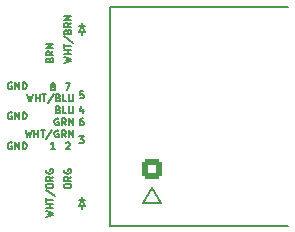
<source format=gbr>
G04 #@! TF.GenerationSoftware,KiCad,Pcbnew,8.0.6*
G04 #@! TF.CreationDate,2025-01-27T09:35:59-05:00*
G04 #@! TF.ProjectId,rj45brkout,726a3435-6272-46b6-9f75-742e6b696361,v1.1.0*
G04 #@! TF.SameCoordinates,Original*
G04 #@! TF.FileFunction,Legend,Top*
G04 #@! TF.FilePolarity,Positive*
%FSLAX46Y46*%
G04 Gerber Fmt 4.6, Leading zero omitted, Abs format (unit mm)*
G04 Created by KiCad (PCBNEW 8.0.6) date 2025-01-27 09:35:59*
%MOMM*%
%LPD*%
G01*
G04 APERTURE LIST*
G04 Aperture macros list*
%AMRoundRect*
0 Rectangle with rounded corners*
0 $1 Rounding radius*
0 $2 $3 $4 $5 $6 $7 $8 $9 X,Y pos of 4 corners*
0 Add a 4 corners polygon primitive as box body*
4,1,4,$2,$3,$4,$5,$6,$7,$8,$9,$2,$3,0*
0 Add four circle primitives for the rounded corners*
1,1,$1+$1,$2,$3*
1,1,$1+$1,$4,$5*
1,1,$1+$1,$6,$7*
1,1,$1+$1,$8,$9*
0 Add four rect primitives between the rounded corners*
20,1,$1+$1,$2,$3,$4,$5,0*
20,1,$1+$1,$4,$5,$6,$7,0*
20,1,$1+$1,$6,$7,$8,$9,0*
20,1,$1+$1,$8,$9,$2,$3,0*%
G04 Aperture macros list end*
%ADD10C,0.150000*%
%ADD11C,0.127000*%
%ADD12RoundRect,0.265385X0.610915X-0.610915X0.610915X0.610915X-0.610915X0.610915X-0.610915X-0.610915X0*%
%ADD13C,1.752600*%
%ADD14C,4.101600*%
%ADD15C,3.276600*%
%ADD16C,1.117600*%
%ADD17C,1.371600*%
G04 APERTURE END LIST*
D10*
X138303000Y-93980000D02*
X138303000Y-93726000D01*
X138049000Y-93980000D02*
X138557000Y-93980000D01*
X138557000Y-94488000D02*
X138303000Y-93980000D01*
X138303000Y-93980000D02*
X138049000Y-94488000D01*
X138049000Y-94488000D02*
X138557000Y-94488000D01*
X138303000Y-94488000D02*
X138303000Y-94742000D01*
X138303000Y-109220000D02*
X138303000Y-109474000D01*
X138049000Y-108712000D02*
X138557000Y-108712000D01*
X138303000Y-108712000D02*
X138303000Y-108458000D01*
X138303000Y-108712000D02*
X138049000Y-109220000D01*
X138049000Y-109220000D02*
X138557000Y-109220000D01*
X138557000Y-109220000D02*
X138303000Y-108712000D01*
D11*
X136988571Y-103868110D02*
X137017143Y-103839538D01*
X137017143Y-103839538D02*
X137074286Y-103810967D01*
X137074286Y-103810967D02*
X137217143Y-103810967D01*
X137217143Y-103810967D02*
X137274286Y-103839538D01*
X137274286Y-103839538D02*
X137302857Y-103868110D01*
X137302857Y-103868110D02*
X137331428Y-103925253D01*
X137331428Y-103925253D02*
X137331428Y-103982396D01*
X137331428Y-103982396D02*
X137302857Y-104068110D01*
X137302857Y-104068110D02*
X136960000Y-104410967D01*
X136960000Y-104410967D02*
X137331428Y-104410967D01*
X138103000Y-103302967D02*
X138474428Y-103302967D01*
X138474428Y-103302967D02*
X138274428Y-103531538D01*
X138274428Y-103531538D02*
X138360143Y-103531538D01*
X138360143Y-103531538D02*
X138417286Y-103560110D01*
X138417286Y-103560110D02*
X138445857Y-103588681D01*
X138445857Y-103588681D02*
X138474428Y-103645824D01*
X138474428Y-103645824D02*
X138474428Y-103788681D01*
X138474428Y-103788681D02*
X138445857Y-103845824D01*
X138445857Y-103845824D02*
X138417286Y-103874396D01*
X138417286Y-103874396D02*
X138360143Y-103902967D01*
X138360143Y-103902967D02*
X138188714Y-103902967D01*
X138188714Y-103902967D02*
X138131571Y-103874396D01*
X138131571Y-103874396D02*
X138103000Y-103845824D01*
X138417286Y-101778967D02*
X138303000Y-101778967D01*
X138303000Y-101778967D02*
X138245857Y-101807538D01*
X138245857Y-101807538D02*
X138217286Y-101836110D01*
X138217286Y-101836110D02*
X138160143Y-101921824D01*
X138160143Y-101921824D02*
X138131571Y-102036110D01*
X138131571Y-102036110D02*
X138131571Y-102264681D01*
X138131571Y-102264681D02*
X138160143Y-102321824D01*
X138160143Y-102321824D02*
X138188714Y-102350396D01*
X138188714Y-102350396D02*
X138245857Y-102378967D01*
X138245857Y-102378967D02*
X138360143Y-102378967D01*
X138360143Y-102378967D02*
X138417286Y-102350396D01*
X138417286Y-102350396D02*
X138445857Y-102321824D01*
X138445857Y-102321824D02*
X138474428Y-102264681D01*
X138474428Y-102264681D02*
X138474428Y-102121824D01*
X138474428Y-102121824D02*
X138445857Y-102064681D01*
X138445857Y-102064681D02*
X138417286Y-102036110D01*
X138417286Y-102036110D02*
X138360143Y-102007538D01*
X138360143Y-102007538D02*
X138245857Y-102007538D01*
X138245857Y-102007538D02*
X138188714Y-102036110D01*
X138188714Y-102036110D02*
X138160143Y-102064681D01*
X138160143Y-102064681D02*
X138131571Y-102121824D01*
X138417286Y-100962967D02*
X138417286Y-101362967D01*
X138274428Y-100734396D02*
X138131571Y-101162967D01*
X138131571Y-101162967D02*
X138503000Y-101162967D01*
X138445857Y-99492967D02*
X138160143Y-99492967D01*
X138160143Y-99492967D02*
X138131571Y-99778681D01*
X138131571Y-99778681D02*
X138160143Y-99750110D01*
X138160143Y-99750110D02*
X138217286Y-99721538D01*
X138217286Y-99721538D02*
X138360143Y-99721538D01*
X138360143Y-99721538D02*
X138417286Y-99750110D01*
X138417286Y-99750110D02*
X138445857Y-99778681D01*
X138445857Y-99778681D02*
X138474428Y-99835824D01*
X138474428Y-99835824D02*
X138474428Y-99978681D01*
X138474428Y-99978681D02*
X138445857Y-100035824D01*
X138445857Y-100035824D02*
X138417286Y-100064396D01*
X138417286Y-100064396D02*
X138360143Y-100092967D01*
X138360143Y-100092967D02*
X138217286Y-100092967D01*
X138217286Y-100092967D02*
X138160143Y-100064396D01*
X138160143Y-100064396D02*
X138131571Y-100035824D01*
X136960000Y-98770967D02*
X137360000Y-98770967D01*
X137360000Y-98770967D02*
X137102857Y-99370967D01*
X135832857Y-99078110D02*
X135775714Y-99049538D01*
X135775714Y-99049538D02*
X135747143Y-99020967D01*
X135747143Y-99020967D02*
X135718571Y-98963824D01*
X135718571Y-98963824D02*
X135718571Y-98935253D01*
X135718571Y-98935253D02*
X135747143Y-98878110D01*
X135747143Y-98878110D02*
X135775714Y-98849538D01*
X135775714Y-98849538D02*
X135832857Y-98820967D01*
X135832857Y-98820967D02*
X135947143Y-98820967D01*
X135947143Y-98820967D02*
X136004286Y-98849538D01*
X136004286Y-98849538D02*
X136032857Y-98878110D01*
X136032857Y-98878110D02*
X136061428Y-98935253D01*
X136061428Y-98935253D02*
X136061428Y-98963824D01*
X136061428Y-98963824D02*
X136032857Y-99020967D01*
X136032857Y-99020967D02*
X136004286Y-99049538D01*
X136004286Y-99049538D02*
X135947143Y-99078110D01*
X135947143Y-99078110D02*
X135832857Y-99078110D01*
X135832857Y-99078110D02*
X135775714Y-99106681D01*
X135775714Y-99106681D02*
X135747143Y-99135253D01*
X135747143Y-99135253D02*
X135718571Y-99192396D01*
X135718571Y-99192396D02*
X135718571Y-99306681D01*
X135718571Y-99306681D02*
X135747143Y-99363824D01*
X135747143Y-99363824D02*
X135775714Y-99392396D01*
X135775714Y-99392396D02*
X135832857Y-99420967D01*
X135832857Y-99420967D02*
X135947143Y-99420967D01*
X135947143Y-99420967D02*
X136004286Y-99392396D01*
X136004286Y-99392396D02*
X136032857Y-99363824D01*
X136032857Y-99363824D02*
X136061428Y-99306681D01*
X136061428Y-99306681D02*
X136061428Y-99192396D01*
X136061428Y-99192396D02*
X136032857Y-99135253D01*
X136032857Y-99135253D02*
X136004286Y-99106681D01*
X136004286Y-99106681D02*
X135947143Y-99078110D01*
X135306967Y-110144407D02*
X135906967Y-110001550D01*
X135906967Y-110001550D02*
X135478396Y-109887264D01*
X135478396Y-109887264D02*
X135906967Y-109772979D01*
X135906967Y-109772979D02*
X135306967Y-109630122D01*
X135906967Y-109401550D02*
X135306967Y-109401550D01*
X135592681Y-109401550D02*
X135592681Y-109058693D01*
X135906967Y-109058693D02*
X135306967Y-109058693D01*
X135306967Y-108858694D02*
X135306967Y-108515837D01*
X135906967Y-108687265D02*
X135306967Y-108687265D01*
X135278396Y-107887265D02*
X136049824Y-108401551D01*
X135306967Y-107572980D02*
X135306967Y-107458694D01*
X135306967Y-107458694D02*
X135335538Y-107401551D01*
X135335538Y-107401551D02*
X135392681Y-107344408D01*
X135392681Y-107344408D02*
X135506967Y-107315837D01*
X135506967Y-107315837D02*
X135706967Y-107315837D01*
X135706967Y-107315837D02*
X135821253Y-107344408D01*
X135821253Y-107344408D02*
X135878396Y-107401551D01*
X135878396Y-107401551D02*
X135906967Y-107458694D01*
X135906967Y-107458694D02*
X135906967Y-107572980D01*
X135906967Y-107572980D02*
X135878396Y-107630123D01*
X135878396Y-107630123D02*
X135821253Y-107687265D01*
X135821253Y-107687265D02*
X135706967Y-107715837D01*
X135706967Y-107715837D02*
X135506967Y-107715837D01*
X135506967Y-107715837D02*
X135392681Y-107687265D01*
X135392681Y-107687265D02*
X135335538Y-107630123D01*
X135335538Y-107630123D02*
X135306967Y-107572980D01*
X135906967Y-106715837D02*
X135621253Y-106915837D01*
X135906967Y-107058694D02*
X135306967Y-107058694D01*
X135306967Y-107058694D02*
X135306967Y-106830123D01*
X135306967Y-106830123D02*
X135335538Y-106772980D01*
X135335538Y-106772980D02*
X135364110Y-106744409D01*
X135364110Y-106744409D02*
X135421253Y-106715837D01*
X135421253Y-106715837D02*
X135506967Y-106715837D01*
X135506967Y-106715837D02*
X135564110Y-106744409D01*
X135564110Y-106744409D02*
X135592681Y-106772980D01*
X135592681Y-106772980D02*
X135621253Y-106830123D01*
X135621253Y-106830123D02*
X135621253Y-107058694D01*
X135335538Y-106144409D02*
X135306967Y-106201552D01*
X135306967Y-106201552D02*
X135306967Y-106287266D01*
X135306967Y-106287266D02*
X135335538Y-106372980D01*
X135335538Y-106372980D02*
X135392681Y-106430123D01*
X135392681Y-106430123D02*
X135449824Y-106458694D01*
X135449824Y-106458694D02*
X135564110Y-106487266D01*
X135564110Y-106487266D02*
X135649824Y-106487266D01*
X135649824Y-106487266D02*
X135764110Y-106458694D01*
X135764110Y-106458694D02*
X135821253Y-106430123D01*
X135821253Y-106430123D02*
X135878396Y-106372980D01*
X135878396Y-106372980D02*
X135906967Y-106287266D01*
X135906967Y-106287266D02*
X135906967Y-106230123D01*
X135906967Y-106230123D02*
X135878396Y-106144409D01*
X135878396Y-106144409D02*
X135849824Y-106115837D01*
X135849824Y-106115837D02*
X135649824Y-106115837D01*
X135649824Y-106115837D02*
X135649824Y-106230123D01*
X136830967Y-107572980D02*
X136830967Y-107458694D01*
X136830967Y-107458694D02*
X136859538Y-107401551D01*
X136859538Y-107401551D02*
X136916681Y-107344408D01*
X136916681Y-107344408D02*
X137030967Y-107315837D01*
X137030967Y-107315837D02*
X137230967Y-107315837D01*
X137230967Y-107315837D02*
X137345253Y-107344408D01*
X137345253Y-107344408D02*
X137402396Y-107401551D01*
X137402396Y-107401551D02*
X137430967Y-107458694D01*
X137430967Y-107458694D02*
X137430967Y-107572980D01*
X137430967Y-107572980D02*
X137402396Y-107630123D01*
X137402396Y-107630123D02*
X137345253Y-107687265D01*
X137345253Y-107687265D02*
X137230967Y-107715837D01*
X137230967Y-107715837D02*
X137030967Y-107715837D01*
X137030967Y-107715837D02*
X136916681Y-107687265D01*
X136916681Y-107687265D02*
X136859538Y-107630123D01*
X136859538Y-107630123D02*
X136830967Y-107572980D01*
X137430967Y-106715837D02*
X137145253Y-106915837D01*
X137430967Y-107058694D02*
X136830967Y-107058694D01*
X136830967Y-107058694D02*
X136830967Y-106830123D01*
X136830967Y-106830123D02*
X136859538Y-106772980D01*
X136859538Y-106772980D02*
X136888110Y-106744409D01*
X136888110Y-106744409D02*
X136945253Y-106715837D01*
X136945253Y-106715837D02*
X137030967Y-106715837D01*
X137030967Y-106715837D02*
X137088110Y-106744409D01*
X137088110Y-106744409D02*
X137116681Y-106772980D01*
X137116681Y-106772980D02*
X137145253Y-106830123D01*
X137145253Y-106830123D02*
X137145253Y-107058694D01*
X136859538Y-106144409D02*
X136830967Y-106201552D01*
X136830967Y-106201552D02*
X136830967Y-106287266D01*
X136830967Y-106287266D02*
X136859538Y-106372980D01*
X136859538Y-106372980D02*
X136916681Y-106430123D01*
X136916681Y-106430123D02*
X136973824Y-106458694D01*
X136973824Y-106458694D02*
X137088110Y-106487266D01*
X137088110Y-106487266D02*
X137173824Y-106487266D01*
X137173824Y-106487266D02*
X137288110Y-106458694D01*
X137288110Y-106458694D02*
X137345253Y-106430123D01*
X137345253Y-106430123D02*
X137402396Y-106372980D01*
X137402396Y-106372980D02*
X137430967Y-106287266D01*
X137430967Y-106287266D02*
X137430967Y-106230123D01*
X137430967Y-106230123D02*
X137402396Y-106144409D01*
X137402396Y-106144409D02*
X137373824Y-106115837D01*
X137373824Y-106115837D02*
X137173824Y-106115837D01*
X137173824Y-106115837D02*
X137173824Y-106230123D01*
X133568592Y-102794967D02*
X133711449Y-103394967D01*
X133711449Y-103394967D02*
X133825735Y-102966396D01*
X133825735Y-102966396D02*
X133940020Y-103394967D01*
X133940020Y-103394967D02*
X134082878Y-102794967D01*
X134311449Y-103394967D02*
X134311449Y-102794967D01*
X134311449Y-103080681D02*
X134654306Y-103080681D01*
X134654306Y-103394967D02*
X134654306Y-102794967D01*
X134854305Y-102794967D02*
X135197163Y-102794967D01*
X135025734Y-103394967D02*
X135025734Y-102794967D01*
X135825734Y-102766396D02*
X135311448Y-103537824D01*
X136340019Y-102823538D02*
X136282877Y-102794967D01*
X136282877Y-102794967D02*
X136197162Y-102794967D01*
X136197162Y-102794967D02*
X136111448Y-102823538D01*
X136111448Y-102823538D02*
X136054305Y-102880681D01*
X136054305Y-102880681D02*
X136025734Y-102937824D01*
X136025734Y-102937824D02*
X135997162Y-103052110D01*
X135997162Y-103052110D02*
X135997162Y-103137824D01*
X135997162Y-103137824D02*
X136025734Y-103252110D01*
X136025734Y-103252110D02*
X136054305Y-103309253D01*
X136054305Y-103309253D02*
X136111448Y-103366396D01*
X136111448Y-103366396D02*
X136197162Y-103394967D01*
X136197162Y-103394967D02*
X136254305Y-103394967D01*
X136254305Y-103394967D02*
X136340019Y-103366396D01*
X136340019Y-103366396D02*
X136368591Y-103337824D01*
X136368591Y-103337824D02*
X136368591Y-103137824D01*
X136368591Y-103137824D02*
X136254305Y-103137824D01*
X136968591Y-103394967D02*
X136768591Y-103109253D01*
X136625734Y-103394967D02*
X136625734Y-102794967D01*
X136625734Y-102794967D02*
X136854305Y-102794967D01*
X136854305Y-102794967D02*
X136911448Y-102823538D01*
X136911448Y-102823538D02*
X136940019Y-102852110D01*
X136940019Y-102852110D02*
X136968591Y-102909253D01*
X136968591Y-102909253D02*
X136968591Y-102994967D01*
X136968591Y-102994967D02*
X136940019Y-103052110D01*
X136940019Y-103052110D02*
X136911448Y-103080681D01*
X136911448Y-103080681D02*
X136854305Y-103109253D01*
X136854305Y-103109253D02*
X136625734Y-103109253D01*
X137225734Y-103394967D02*
X137225734Y-102794967D01*
X137225734Y-102794967D02*
X137568591Y-103394967D01*
X137568591Y-103394967D02*
X137568591Y-102794967D01*
X136340019Y-101807538D02*
X136282877Y-101778967D01*
X136282877Y-101778967D02*
X136197162Y-101778967D01*
X136197162Y-101778967D02*
X136111448Y-101807538D01*
X136111448Y-101807538D02*
X136054305Y-101864681D01*
X136054305Y-101864681D02*
X136025734Y-101921824D01*
X136025734Y-101921824D02*
X135997162Y-102036110D01*
X135997162Y-102036110D02*
X135997162Y-102121824D01*
X135997162Y-102121824D02*
X136025734Y-102236110D01*
X136025734Y-102236110D02*
X136054305Y-102293253D01*
X136054305Y-102293253D02*
X136111448Y-102350396D01*
X136111448Y-102350396D02*
X136197162Y-102378967D01*
X136197162Y-102378967D02*
X136254305Y-102378967D01*
X136254305Y-102378967D02*
X136340019Y-102350396D01*
X136340019Y-102350396D02*
X136368591Y-102321824D01*
X136368591Y-102321824D02*
X136368591Y-102121824D01*
X136368591Y-102121824D02*
X136254305Y-102121824D01*
X136968591Y-102378967D02*
X136768591Y-102093253D01*
X136625734Y-102378967D02*
X136625734Y-101778967D01*
X136625734Y-101778967D02*
X136854305Y-101778967D01*
X136854305Y-101778967D02*
X136911448Y-101807538D01*
X136911448Y-101807538D02*
X136940019Y-101836110D01*
X136940019Y-101836110D02*
X136968591Y-101893253D01*
X136968591Y-101893253D02*
X136968591Y-101978967D01*
X136968591Y-101978967D02*
X136940019Y-102036110D01*
X136940019Y-102036110D02*
X136911448Y-102064681D01*
X136911448Y-102064681D02*
X136854305Y-102093253D01*
X136854305Y-102093253D02*
X136625734Y-102093253D01*
X137225734Y-102378967D02*
X137225734Y-101778967D01*
X137225734Y-101778967D02*
X137568591Y-102378967D01*
X137568591Y-102378967D02*
X137568591Y-101778967D01*
X133682878Y-99746967D02*
X133825735Y-100346967D01*
X133825735Y-100346967D02*
X133940021Y-99918396D01*
X133940021Y-99918396D02*
X134054306Y-100346967D01*
X134054306Y-100346967D02*
X134197164Y-99746967D01*
X134425735Y-100346967D02*
X134425735Y-99746967D01*
X134425735Y-100032681D02*
X134768592Y-100032681D01*
X134768592Y-100346967D02*
X134768592Y-99746967D01*
X134968591Y-99746967D02*
X135311449Y-99746967D01*
X135140020Y-100346967D02*
X135140020Y-99746967D01*
X135940020Y-99718396D02*
X135425734Y-100489824D01*
X136340020Y-100032681D02*
X136425734Y-100061253D01*
X136425734Y-100061253D02*
X136454305Y-100089824D01*
X136454305Y-100089824D02*
X136482877Y-100146967D01*
X136482877Y-100146967D02*
X136482877Y-100232681D01*
X136482877Y-100232681D02*
X136454305Y-100289824D01*
X136454305Y-100289824D02*
X136425734Y-100318396D01*
X136425734Y-100318396D02*
X136368591Y-100346967D01*
X136368591Y-100346967D02*
X136140020Y-100346967D01*
X136140020Y-100346967D02*
X136140020Y-99746967D01*
X136140020Y-99746967D02*
X136340020Y-99746967D01*
X136340020Y-99746967D02*
X136397163Y-99775538D01*
X136397163Y-99775538D02*
X136425734Y-99804110D01*
X136425734Y-99804110D02*
X136454305Y-99861253D01*
X136454305Y-99861253D02*
X136454305Y-99918396D01*
X136454305Y-99918396D02*
X136425734Y-99975538D01*
X136425734Y-99975538D02*
X136397163Y-100004110D01*
X136397163Y-100004110D02*
X136340020Y-100032681D01*
X136340020Y-100032681D02*
X136140020Y-100032681D01*
X137025734Y-100346967D02*
X136740020Y-100346967D01*
X136740020Y-100346967D02*
X136740020Y-99746967D01*
X137225734Y-99746967D02*
X137225734Y-100232681D01*
X137225734Y-100232681D02*
X137254305Y-100289824D01*
X137254305Y-100289824D02*
X137282877Y-100318396D01*
X137282877Y-100318396D02*
X137340019Y-100346967D01*
X137340019Y-100346967D02*
X137454305Y-100346967D01*
X137454305Y-100346967D02*
X137511448Y-100318396D01*
X137511448Y-100318396D02*
X137540019Y-100289824D01*
X137540019Y-100289824D02*
X137568591Y-100232681D01*
X137568591Y-100232681D02*
X137568591Y-99746967D01*
X136340020Y-101048681D02*
X136425734Y-101077253D01*
X136425734Y-101077253D02*
X136454305Y-101105824D01*
X136454305Y-101105824D02*
X136482877Y-101162967D01*
X136482877Y-101162967D02*
X136482877Y-101248681D01*
X136482877Y-101248681D02*
X136454305Y-101305824D01*
X136454305Y-101305824D02*
X136425734Y-101334396D01*
X136425734Y-101334396D02*
X136368591Y-101362967D01*
X136368591Y-101362967D02*
X136140020Y-101362967D01*
X136140020Y-101362967D02*
X136140020Y-100762967D01*
X136140020Y-100762967D02*
X136340020Y-100762967D01*
X136340020Y-100762967D02*
X136397163Y-100791538D01*
X136397163Y-100791538D02*
X136425734Y-100820110D01*
X136425734Y-100820110D02*
X136454305Y-100877253D01*
X136454305Y-100877253D02*
X136454305Y-100934396D01*
X136454305Y-100934396D02*
X136425734Y-100991538D01*
X136425734Y-100991538D02*
X136397163Y-101020110D01*
X136397163Y-101020110D02*
X136340020Y-101048681D01*
X136340020Y-101048681D02*
X136140020Y-101048681D01*
X137025734Y-101362967D02*
X136740020Y-101362967D01*
X136740020Y-101362967D02*
X136740020Y-100762967D01*
X137225734Y-100762967D02*
X137225734Y-101248681D01*
X137225734Y-101248681D02*
X137254305Y-101305824D01*
X137254305Y-101305824D02*
X137282877Y-101334396D01*
X137282877Y-101334396D02*
X137340019Y-101362967D01*
X137340019Y-101362967D02*
X137454305Y-101362967D01*
X137454305Y-101362967D02*
X137511448Y-101334396D01*
X137511448Y-101334396D02*
X137540019Y-101305824D01*
X137540019Y-101305824D02*
X137568591Y-101248681D01*
X137568591Y-101248681D02*
X137568591Y-100762967D01*
X136830967Y-97112733D02*
X137430967Y-96969876D01*
X137430967Y-96969876D02*
X137002396Y-96855590D01*
X137002396Y-96855590D02*
X137430967Y-96741305D01*
X137430967Y-96741305D02*
X136830967Y-96598448D01*
X137430967Y-96369876D02*
X136830967Y-96369876D01*
X137116681Y-96369876D02*
X137116681Y-96027019D01*
X137430967Y-96027019D02*
X136830967Y-96027019D01*
X136830967Y-95827020D02*
X136830967Y-95484163D01*
X137430967Y-95655591D02*
X136830967Y-95655591D01*
X136802396Y-94855591D02*
X137573824Y-95369877D01*
X137116681Y-94455591D02*
X137145253Y-94369877D01*
X137145253Y-94369877D02*
X137173824Y-94341306D01*
X137173824Y-94341306D02*
X137230967Y-94312734D01*
X137230967Y-94312734D02*
X137316681Y-94312734D01*
X137316681Y-94312734D02*
X137373824Y-94341306D01*
X137373824Y-94341306D02*
X137402396Y-94369877D01*
X137402396Y-94369877D02*
X137430967Y-94427020D01*
X137430967Y-94427020D02*
X137430967Y-94655591D01*
X137430967Y-94655591D02*
X136830967Y-94655591D01*
X136830967Y-94655591D02*
X136830967Y-94455591D01*
X136830967Y-94455591D02*
X136859538Y-94398449D01*
X136859538Y-94398449D02*
X136888110Y-94369877D01*
X136888110Y-94369877D02*
X136945253Y-94341306D01*
X136945253Y-94341306D02*
X137002396Y-94341306D01*
X137002396Y-94341306D02*
X137059538Y-94369877D01*
X137059538Y-94369877D02*
X137088110Y-94398449D01*
X137088110Y-94398449D02*
X137116681Y-94455591D01*
X137116681Y-94455591D02*
X137116681Y-94655591D01*
X137430967Y-93712734D02*
X137145253Y-93912734D01*
X137430967Y-94055591D02*
X136830967Y-94055591D01*
X136830967Y-94055591D02*
X136830967Y-93827020D01*
X136830967Y-93827020D02*
X136859538Y-93769877D01*
X136859538Y-93769877D02*
X136888110Y-93741306D01*
X136888110Y-93741306D02*
X136945253Y-93712734D01*
X136945253Y-93712734D02*
X137030967Y-93712734D01*
X137030967Y-93712734D02*
X137088110Y-93741306D01*
X137088110Y-93741306D02*
X137116681Y-93769877D01*
X137116681Y-93769877D02*
X137145253Y-93827020D01*
X137145253Y-93827020D02*
X137145253Y-94055591D01*
X137430967Y-93455591D02*
X136830967Y-93455591D01*
X136830967Y-93455591D02*
X137430967Y-93112734D01*
X137430967Y-93112734D02*
X136830967Y-93112734D01*
X135592681Y-96855590D02*
X135621253Y-96769876D01*
X135621253Y-96769876D02*
X135649824Y-96741305D01*
X135649824Y-96741305D02*
X135706967Y-96712733D01*
X135706967Y-96712733D02*
X135792681Y-96712733D01*
X135792681Y-96712733D02*
X135849824Y-96741305D01*
X135849824Y-96741305D02*
X135878396Y-96769876D01*
X135878396Y-96769876D02*
X135906967Y-96827019D01*
X135906967Y-96827019D02*
X135906967Y-97055590D01*
X135906967Y-97055590D02*
X135306967Y-97055590D01*
X135306967Y-97055590D02*
X135306967Y-96855590D01*
X135306967Y-96855590D02*
X135335538Y-96798448D01*
X135335538Y-96798448D02*
X135364110Y-96769876D01*
X135364110Y-96769876D02*
X135421253Y-96741305D01*
X135421253Y-96741305D02*
X135478396Y-96741305D01*
X135478396Y-96741305D02*
X135535538Y-96769876D01*
X135535538Y-96769876D02*
X135564110Y-96798448D01*
X135564110Y-96798448D02*
X135592681Y-96855590D01*
X135592681Y-96855590D02*
X135592681Y-97055590D01*
X135906967Y-96112733D02*
X135621253Y-96312733D01*
X135906967Y-96455590D02*
X135306967Y-96455590D01*
X135306967Y-96455590D02*
X135306967Y-96227019D01*
X135306967Y-96227019D02*
X135335538Y-96169876D01*
X135335538Y-96169876D02*
X135364110Y-96141305D01*
X135364110Y-96141305D02*
X135421253Y-96112733D01*
X135421253Y-96112733D02*
X135506967Y-96112733D01*
X135506967Y-96112733D02*
X135564110Y-96141305D01*
X135564110Y-96141305D02*
X135592681Y-96169876D01*
X135592681Y-96169876D02*
X135621253Y-96227019D01*
X135621253Y-96227019D02*
X135621253Y-96455590D01*
X135906967Y-95855590D02*
X135306967Y-95855590D01*
X135306967Y-95855590D02*
X135906967Y-95512733D01*
X135906967Y-95512733D02*
X135306967Y-95512733D01*
X132403019Y-98759538D02*
X132345877Y-98730967D01*
X132345877Y-98730967D02*
X132260162Y-98730967D01*
X132260162Y-98730967D02*
X132174448Y-98759538D01*
X132174448Y-98759538D02*
X132117305Y-98816681D01*
X132117305Y-98816681D02*
X132088734Y-98873824D01*
X132088734Y-98873824D02*
X132060162Y-98988110D01*
X132060162Y-98988110D02*
X132060162Y-99073824D01*
X132060162Y-99073824D02*
X132088734Y-99188110D01*
X132088734Y-99188110D02*
X132117305Y-99245253D01*
X132117305Y-99245253D02*
X132174448Y-99302396D01*
X132174448Y-99302396D02*
X132260162Y-99330967D01*
X132260162Y-99330967D02*
X132317305Y-99330967D01*
X132317305Y-99330967D02*
X132403019Y-99302396D01*
X132403019Y-99302396D02*
X132431591Y-99273824D01*
X132431591Y-99273824D02*
X132431591Y-99073824D01*
X132431591Y-99073824D02*
X132317305Y-99073824D01*
X132688734Y-99330967D02*
X132688734Y-98730967D01*
X132688734Y-98730967D02*
X133031591Y-99330967D01*
X133031591Y-99330967D02*
X133031591Y-98730967D01*
X133317305Y-99330967D02*
X133317305Y-98730967D01*
X133317305Y-98730967D02*
X133460162Y-98730967D01*
X133460162Y-98730967D02*
X133545876Y-98759538D01*
X133545876Y-98759538D02*
X133603019Y-98816681D01*
X133603019Y-98816681D02*
X133631590Y-98873824D01*
X133631590Y-98873824D02*
X133660162Y-98988110D01*
X133660162Y-98988110D02*
X133660162Y-99073824D01*
X133660162Y-99073824D02*
X133631590Y-99188110D01*
X133631590Y-99188110D02*
X133603019Y-99245253D01*
X133603019Y-99245253D02*
X133545876Y-99302396D01*
X133545876Y-99302396D02*
X133460162Y-99330967D01*
X133460162Y-99330967D02*
X133317305Y-99330967D01*
X132403019Y-101299538D02*
X132345877Y-101270967D01*
X132345877Y-101270967D02*
X132260162Y-101270967D01*
X132260162Y-101270967D02*
X132174448Y-101299538D01*
X132174448Y-101299538D02*
X132117305Y-101356681D01*
X132117305Y-101356681D02*
X132088734Y-101413824D01*
X132088734Y-101413824D02*
X132060162Y-101528110D01*
X132060162Y-101528110D02*
X132060162Y-101613824D01*
X132060162Y-101613824D02*
X132088734Y-101728110D01*
X132088734Y-101728110D02*
X132117305Y-101785253D01*
X132117305Y-101785253D02*
X132174448Y-101842396D01*
X132174448Y-101842396D02*
X132260162Y-101870967D01*
X132260162Y-101870967D02*
X132317305Y-101870967D01*
X132317305Y-101870967D02*
X132403019Y-101842396D01*
X132403019Y-101842396D02*
X132431591Y-101813824D01*
X132431591Y-101813824D02*
X132431591Y-101613824D01*
X132431591Y-101613824D02*
X132317305Y-101613824D01*
X132688734Y-101870967D02*
X132688734Y-101270967D01*
X132688734Y-101270967D02*
X133031591Y-101870967D01*
X133031591Y-101870967D02*
X133031591Y-101270967D01*
X133317305Y-101870967D02*
X133317305Y-101270967D01*
X133317305Y-101270967D02*
X133460162Y-101270967D01*
X133460162Y-101270967D02*
X133545876Y-101299538D01*
X133545876Y-101299538D02*
X133603019Y-101356681D01*
X133603019Y-101356681D02*
X133631590Y-101413824D01*
X133631590Y-101413824D02*
X133660162Y-101528110D01*
X133660162Y-101528110D02*
X133660162Y-101613824D01*
X133660162Y-101613824D02*
X133631590Y-101728110D01*
X133631590Y-101728110D02*
X133603019Y-101785253D01*
X133603019Y-101785253D02*
X133545876Y-101842396D01*
X133545876Y-101842396D02*
X133460162Y-101870967D01*
X133460162Y-101870967D02*
X133317305Y-101870967D01*
X132403019Y-103839538D02*
X132345877Y-103810967D01*
X132345877Y-103810967D02*
X132260162Y-103810967D01*
X132260162Y-103810967D02*
X132174448Y-103839538D01*
X132174448Y-103839538D02*
X132117305Y-103896681D01*
X132117305Y-103896681D02*
X132088734Y-103953824D01*
X132088734Y-103953824D02*
X132060162Y-104068110D01*
X132060162Y-104068110D02*
X132060162Y-104153824D01*
X132060162Y-104153824D02*
X132088734Y-104268110D01*
X132088734Y-104268110D02*
X132117305Y-104325253D01*
X132117305Y-104325253D02*
X132174448Y-104382396D01*
X132174448Y-104382396D02*
X132260162Y-104410967D01*
X132260162Y-104410967D02*
X132317305Y-104410967D01*
X132317305Y-104410967D02*
X132403019Y-104382396D01*
X132403019Y-104382396D02*
X132431591Y-104353824D01*
X132431591Y-104353824D02*
X132431591Y-104153824D01*
X132431591Y-104153824D02*
X132317305Y-104153824D01*
X132688734Y-104410967D02*
X132688734Y-103810967D01*
X132688734Y-103810967D02*
X133031591Y-104410967D01*
X133031591Y-104410967D02*
X133031591Y-103810967D01*
X133317305Y-104410967D02*
X133317305Y-103810967D01*
X133317305Y-103810967D02*
X133460162Y-103810967D01*
X133460162Y-103810967D02*
X133545876Y-103839538D01*
X133545876Y-103839538D02*
X133603019Y-103896681D01*
X133603019Y-103896681D02*
X133631590Y-103953824D01*
X133631590Y-103953824D02*
X133660162Y-104068110D01*
X133660162Y-104068110D02*
X133660162Y-104153824D01*
X133660162Y-104153824D02*
X133631590Y-104268110D01*
X133631590Y-104268110D02*
X133603019Y-104325253D01*
X133603019Y-104325253D02*
X133545876Y-104382396D01*
X133545876Y-104382396D02*
X133460162Y-104410967D01*
X133460162Y-104410967D02*
X133317305Y-104410967D01*
X136061428Y-104370967D02*
X135718571Y-104370967D01*
X135890000Y-104370967D02*
X135890000Y-103770967D01*
X135890000Y-103770967D02*
X135832857Y-103856681D01*
X135832857Y-103856681D02*
X135775714Y-103913824D01*
X135775714Y-103913824D02*
X135718571Y-103942396D01*
D10*
X140700000Y-92330000D02*
X155746000Y-92330000D01*
X140700000Y-110870000D02*
X140700000Y-92330000D01*
X143488000Y-108966000D02*
X145012000Y-108966000D01*
X144250000Y-107696000D02*
X143488000Y-108966000D01*
X145012000Y-108966000D02*
X144250000Y-107696000D01*
X155746000Y-110870000D02*
X140700000Y-110870000D01*
%LPC*%
D12*
X144250000Y-106040000D03*
D13*
X141710000Y-104770000D03*
X144250000Y-103500000D03*
X141710000Y-102230000D03*
X144250000Y-100960000D03*
X141710000Y-99690000D03*
X144250000Y-98420000D03*
X141710000Y-97150000D03*
X148250000Y-95070000D03*
X148250000Y-97610000D03*
X148250000Y-105590000D03*
X148250000Y-108130000D03*
D14*
X152250000Y-106600000D03*
X152250000Y-96600000D03*
D15*
X132080000Y-95250000D03*
X132080000Y-107950000D03*
D16*
X129540000Y-101600000D03*
X134620000Y-101600000D03*
X134620000Y-99060000D03*
X134620000Y-104140000D03*
D17*
X136144000Y-98044000D03*
X137668000Y-98044000D03*
X139192000Y-99060000D03*
X139192000Y-100584000D03*
X139192000Y-102616000D03*
X139192000Y-104140000D03*
X137668000Y-105156000D03*
X136144000Y-105156000D03*
X139192000Y-109728000D03*
X139192000Y-108204000D03*
X139192000Y-94996000D03*
X139192000Y-93472000D03*
%LPD*%
M02*

</source>
